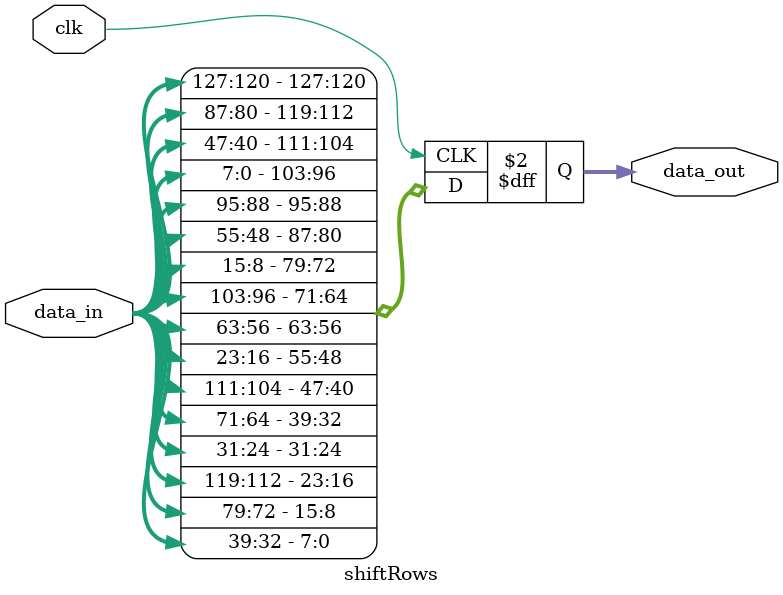
<source format=v>
`timescale 1ns / 1ps

module shiftRows(
    clk, 
    data_in, 
    data_out
    );

    // Declare inputs and outputs
    // Inputs: clock and the incoming data
    // Outputs: the shifted data
    input clk;
    input [127:0] data_in;
    output reg [127:0] data_out;
    
    always @(posedge clk)
    begin
    
        // Row 1
        // Position of the data remains the same
        data_out[127:120]<=data_in[127:120];
        data_out[95:88]<=data_in[95:88];
        data_out[63:56]<=data_in[63:56];
        data_out[31:24]<=data_in[31:24];
        
        // Row 2
        // Shifts data to the left once
        data_out[119:112]<=data_in[87:80];
        data_out[87:80]<=data_in[55:48];
        data_out[55:48]<=data_in[23:16];
        data_out[23:16]<=data_in[119:112];
        
        // Row 3
        // Shifts data to the left twice
        data_out[111:104]<=data_in[47:40];
        data_out[79:72]<=data_in[15:8];
        data_out[47:40]<=data_in[111:104];
        data_out[15:8]<=data_in[79:72];
        
        // Row 4
        // Shifts data to the left three times (or right once)
        data_out[103:96]<=data_in[7:0];
        data_out[71:64]<=data_in[103:96];
        data_out[39:32]<=data_in[71:64];
        data_out[7:0]<=data_in[39:32];

    end

endmodule

</source>
